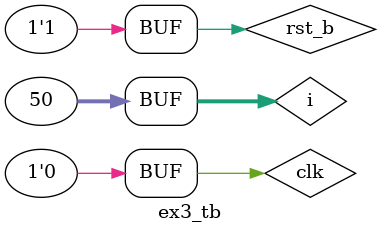
<source format=v>
module my_dff(input clk, input rst_b, input d, output reg q);
  
  always @(posedge clk, negedge rst_b) begin
    if(!rst_b)q<=1;
    else q<=d;
  end
  
endmodule

module ex3(input clk, input rst_b, output [5:0] q);
  generate
    genvar i;
    for(i=0;i<6;i=i+1) begin : loop
      if(i==0)my_dff ffs(.clk(clk), .rst_b(rst_b), .d(q[5]), .q(q[i]));
      else if(i==3)my_dff ffs(.clk(clk), .rst_b(rst_b), .d(q[5]^q[i-1]), .q(q[i]));
      else my_dff ffs(.clk(clk), .rst_b(rst_b), .d(q[i-1]), .q(q[i]));
    end
  endgenerate
  
endmodule

module ex3_tb;
  reg clk, rst_b;
  wire [5:0] q;
  
  ex3 dut(
    .clk(clk),
    .rst_b(rst_b),
    .q(q)
  );
  
  initial begin
    clk=0;
    rst_b=0;
  end
  
  integer i;
  
  initial begin
    for(i=0;i<50;i=i+1) begin
      #50 clk=~clk;
    end
  end
  
  initial begin
    #25 rst_b=1;
  end
  
  
endmodule
</source>
